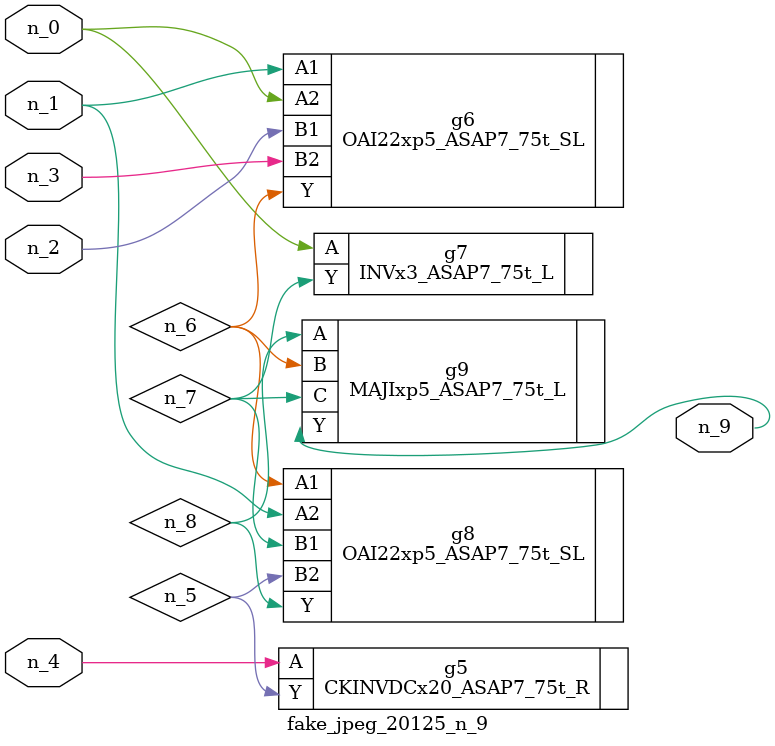
<source format=v>
module fake_jpeg_20125_n_9 (n_3, n_2, n_1, n_0, n_4, n_9);

input n_3;
input n_2;
input n_1;
input n_0;
input n_4;

output n_9;

wire n_8;
wire n_6;
wire n_5;
wire n_7;

CKINVDCx20_ASAP7_75t_R g5 ( 
.A(n_4),
.Y(n_5)
);

OAI22xp5_ASAP7_75t_SL g6 ( 
.A1(n_1),
.A2(n_0),
.B1(n_2),
.B2(n_3),
.Y(n_6)
);

INVx3_ASAP7_75t_L g7 ( 
.A(n_0),
.Y(n_7)
);

OAI22xp5_ASAP7_75t_SL g8 ( 
.A1(n_6),
.A2(n_1),
.B1(n_7),
.B2(n_5),
.Y(n_8)
);

MAJIxp5_ASAP7_75t_L g9 ( 
.A(n_8),
.B(n_6),
.C(n_7),
.Y(n_9)
);


endmodule
</source>
